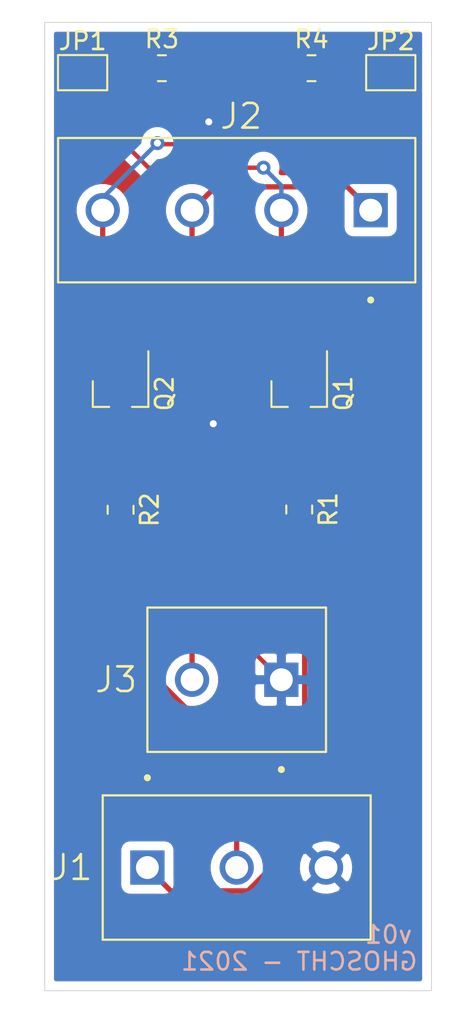
<source format=kicad_pcb>
(kicad_pcb (version 20171130) (host pcbnew "(5.1.10)-1")

  (general
    (thickness 1.6)
    (drawings 6)
    (tracks 49)
    (zones 0)
    (modules 11)
    (nets 11)
  )

  (page A4)
  (title_block
    (title "LED Module")
    (date 2021-08-19)
    (rev v01)
    (comment 4 "Author: GHOSCHT")
  )

  (layers
    (0 F.Cu signal)
    (31 B.Cu signal)
    (32 B.Adhes user)
    (33 F.Adhes user)
    (34 B.Paste user)
    (35 F.Paste user)
    (36 B.SilkS user)
    (37 F.SilkS user)
    (38 B.Mask user)
    (39 F.Mask user)
    (40 Dwgs.User user)
    (41 Cmts.User user)
    (42 Eco1.User user)
    (43 Eco2.User user)
    (44 Edge.Cuts user)
    (45 Margin user)
    (46 B.CrtYd user)
    (47 F.CrtYd user)
    (48 B.Fab user)
    (49 F.Fab user)
  )

  (setup
    (last_trace_width 0.25)
    (user_trace_width 0.3)
    (trace_clearance 0.2)
    (zone_clearance 0.508)
    (zone_45_only no)
    (trace_min 0.2)
    (via_size 0.8)
    (via_drill 0.4)
    (via_min_size 0.4)
    (via_min_drill 0.3)
    (uvia_size 0.3)
    (uvia_drill 0.1)
    (uvias_allowed no)
    (uvia_min_size 0.2)
    (uvia_min_drill 0.1)
    (edge_width 0.05)
    (segment_width 0.2)
    (pcb_text_width 0.3)
    (pcb_text_size 1.5 1.5)
    (mod_edge_width 0.12)
    (mod_text_size 1 1)
    (mod_text_width 0.15)
    (pad_size 1.524 1.524)
    (pad_drill 0.762)
    (pad_to_mask_clearance 0)
    (aux_axis_origin 0 0)
    (visible_elements 7FFFFFFF)
    (pcbplotparams
      (layerselection 0x010fc_ffffffff)
      (usegerberextensions false)
      (usegerberattributes true)
      (usegerberadvancedattributes true)
      (creategerberjobfile true)
      (excludeedgelayer true)
      (linewidth 0.100000)
      (plotframeref false)
      (viasonmask false)
      (mode 1)
      (useauxorigin false)
      (hpglpennumber 1)
      (hpglpenspeed 20)
      (hpglpendiameter 15.000000)
      (psnegative false)
      (psa4output false)
      (plotreference true)
      (plotvalue true)
      (plotinvisibletext false)
      (padsonsilk false)
      (subtractmaskfromsilk false)
      (outputformat 1)
      (mirror false)
      (drillshape 1)
      (scaleselection 1)
      (outputdirectory ""))
  )

  (net 0 "")
  (net 1 "Net-(Q1-Pad1)")
  (net 2 "Net-(Q2-Pad1)")
  (net 3 SIG1)
  (net 4 SIG2)
  (net 5 GND)
  (net 6 VCC)
  (net 7 LED1N)
  (net 8 LED2N)
  (net 9 "Net-(JP1-Pad2)")
  (net 10 "Net-(JP2-Pad2)")

  (net_class Default "This is the default net class."
    (clearance 0.2)
    (trace_width 0.25)
    (via_dia 0.8)
    (via_drill 0.4)
    (uvia_dia 0.3)
    (uvia_drill 0.1)
    (add_net GND)
    (add_net LED1N)
    (add_net LED2N)
    (add_net "Net-(JP1-Pad2)")
    (add_net "Net-(JP2-Pad2)")
    (add_net "Net-(Q1-Pad1)")
    (add_net "Net-(Q2-Pad1)")
    (add_net SIG1)
    (add_net SIG2)
    (add_net VCC)
  )

  (module CUI_TB006-508-03BE:CUI_TB006-508-03BE (layer F.Cu) (tedit 6113F46A) (tstamp 611C5DC1)
    (at 142.494 94.742)
    (path /611C0292)
    (fp_text reference J1 (at -4.318 0) (layer F.SilkS)
      (effects (font (size 1.4 1.4) (thickness 0.15)))
    )
    (fp_text value Screw_Terminal_01x03 (at 4.826 5.842) (layer F.Fab)
      (effects (font (size 1.4 1.4) (thickness 0.15)))
    )
    (fp_circle (center 0 -5.1) (end 0.1 -5.1) (layer F.Fab) (width 0.2))
    (fp_circle (center 0 -5.1) (end 0.1 -5.1) (layer F.SilkS) (width 0.2))
    (fp_line (start 12.95 -4.35) (end 12.95 4.35) (layer F.CrtYd) (width 0.05))
    (fp_line (start -2.79 4.35) (end -2.79 -4.35) (layer F.CrtYd) (width 0.05))
    (fp_line (start 12.95 4.35) (end -2.79 4.35) (layer F.CrtYd) (width 0.05))
    (fp_line (start -2.79 -4.35) (end 12.95 -4.35) (layer F.CrtYd) (width 0.05))
    (fp_line (start 12.7 4.1) (end -2.54 4.1) (layer F.SilkS) (width 0.127))
    (fp_line (start -2.54 -4.1) (end 12.7 -4.1) (layer F.SilkS) (width 0.127))
    (fp_line (start 12.7 -4.1) (end 12.7 4.1) (layer F.SilkS) (width 0.127))
    (fp_line (start -2.54 4.1) (end -2.54 -4.1) (layer F.SilkS) (width 0.127))
    (fp_line (start 12.7 4.1) (end -2.54 4.1) (layer F.Fab) (width 0.127))
    (fp_line (start 12.7 -4.1) (end 12.7 4.1) (layer F.Fab) (width 0.127))
    (fp_line (start -2.54 -4.1) (end 12.7 -4.1) (layer F.Fab) (width 0.127))
    (fp_line (start -2.54 4.1) (end -2.54 -4.1) (layer F.Fab) (width 0.127))
    (pad 1 thru_hole rect (at 0 0) (size 1.95 1.95) (drill 1.3) (layers *.Cu *.Mask)
      (net 3 SIG1))
    (pad 2 thru_hole circle (at 5.08 0) (size 1.95 1.95) (drill 1.3) (layers *.Cu *.Mask)
      (net 4 SIG2))
    (pad 3 thru_hole circle (at 10.16 0) (size 1.95 1.95) (drill 1.3) (layers *.Cu *.Mask)
      (net 5 GND))
    (model ${KIPRJMOD}/Libraries/CUI_TB006-508-03BE.models/TB006-508-03BE.step
      (at (xyz 0 0 0))
      (scale (xyz 1 1 1))
      (rotate (xyz -90 0 0))
    )
  )

  (module CUI_TB006-508-04BE:CUI_TB006-508-04BE (layer F.Cu) (tedit 611C0388) (tstamp 611C611E)
    (at 155.194 57.404 180)
    (path /611C148E)
    (fp_text reference J2 (at 7.366 5.334) (layer F.SilkS)
      (effects (font (size 1.4 1.4) (thickness 0.15)))
    )
    (fp_text value Screw_Terminal_01x04 (at 7.62 -5.08) (layer F.Fab)
      (effects (font (size 1.4 1.4) (thickness 0.15)))
    )
    (fp_line (start -2.54 4.1) (end -2.54 -4.1) (layer F.Fab) (width 0.127))
    (fp_line (start -2.54 -4.1) (end 17.78 -4.1) (layer F.Fab) (width 0.127))
    (fp_line (start 17.78 -4.1) (end 17.78 4.1) (layer F.Fab) (width 0.127))
    (fp_line (start 17.78 4.1) (end -2.54 4.1) (layer F.Fab) (width 0.127))
    (fp_line (start -2.54 4.1) (end -2.54 -4.1) (layer F.SilkS) (width 0.127))
    (fp_line (start 17.78 -4.1) (end 17.78 4.1) (layer F.SilkS) (width 0.127))
    (fp_line (start -2.54 -4.1) (end 17.78 -4.1) (layer F.SilkS) (width 0.127))
    (fp_line (start 17.78 4.1) (end -2.54 4.1) (layer F.SilkS) (width 0.127))
    (fp_line (start -2.79 -4.35) (end 18.03 -4.35) (layer F.CrtYd) (width 0.05))
    (fp_line (start 18.03 4.35) (end -2.79 4.35) (layer F.CrtYd) (width 0.05))
    (fp_line (start -2.79 4.35) (end -2.79 -4.35) (layer F.CrtYd) (width 0.05))
    (fp_line (start 18.03 -4.35) (end 18.03 4.35) (layer F.CrtYd) (width 0.05))
    (fp_circle (center 0 -5.1) (end 0.1 -5.1) (layer F.SilkS) (width 0.2))
    (fp_circle (center 0 -5.1) (end 0.1 -5.1) (layer F.Fab) (width 0.2))
    (pad 1 thru_hole rect (at 0 0 180) (size 1.95 1.95) (drill 1.3) (layers *.Cu *.Mask)
      (net 6 VCC))
    (pad 2 thru_hole circle (at 5.08 0 180) (size 1.95 1.95) (drill 1.3) (layers *.Cu *.Mask)
      (net 7 LED1N))
    (pad 3 thru_hole circle (at 10.16 0 180) (size 1.95 1.95) (drill 1.3) (layers *.Cu *.Mask)
      (net 6 VCC))
    (pad 4 thru_hole circle (at 15.24 0 180) (size 1.95 1.95) (drill 1.3) (layers *.Cu *.Mask)
      (net 8 LED2N))
    (model ${KIPRJMOD}/Libraries/CUI_TB006-508-04BE.models/CUI_DEVICES_TB006-508-04BE.step
      (offset (xyz 20.4 4 0))
      (scale (xyz 1 1 1))
      (rotate (xyz -90 0 90))
    )
  )

  (module Package_TO_SOT_SMD:SOT-23_Handsoldering (layer F.Cu) (tedit 5A0AB76C) (tstamp 611C6428)
    (at 151.13 67.818 270)
    (descr "SOT-23, Handsoldering")
    (tags SOT-23)
    (path /611C28DF)
    (attr smd)
    (fp_text reference Q1 (at 0 -2.5 90) (layer F.SilkS)
      (effects (font (size 1 1) (thickness 0.15)))
    )
    (fp_text value Q_NPN_BCE (at 0 2.5 90) (layer F.Fab)
      (effects (font (size 1 1) (thickness 0.15)))
    )
    (fp_line (start 0.76 1.58) (end 0.76 0.65) (layer F.SilkS) (width 0.12))
    (fp_line (start 0.76 -1.58) (end 0.76 -0.65) (layer F.SilkS) (width 0.12))
    (fp_line (start -2.7 -1.75) (end 2.7 -1.75) (layer F.CrtYd) (width 0.05))
    (fp_line (start 2.7 -1.75) (end 2.7 1.75) (layer F.CrtYd) (width 0.05))
    (fp_line (start 2.7 1.75) (end -2.7 1.75) (layer F.CrtYd) (width 0.05))
    (fp_line (start -2.7 1.75) (end -2.7 -1.75) (layer F.CrtYd) (width 0.05))
    (fp_line (start 0.76 -1.58) (end -2.4 -1.58) (layer F.SilkS) (width 0.12))
    (fp_line (start -0.7 -0.95) (end -0.7 1.5) (layer F.Fab) (width 0.1))
    (fp_line (start -0.15 -1.52) (end 0.7 -1.52) (layer F.Fab) (width 0.1))
    (fp_line (start -0.7 -0.95) (end -0.15 -1.52) (layer F.Fab) (width 0.1))
    (fp_line (start 0.7 -1.52) (end 0.7 1.52) (layer F.Fab) (width 0.1))
    (fp_line (start -0.7 1.52) (end 0.7 1.52) (layer F.Fab) (width 0.1))
    (fp_line (start 0.76 1.58) (end -0.7 1.58) (layer F.SilkS) (width 0.12))
    (fp_text user %R (at 0 0) (layer F.Fab)
      (effects (font (size 0.5 0.5) (thickness 0.075)))
    )
    (pad 1 smd rect (at -1.5 -0.95 270) (size 1.9 0.8) (layers F.Cu F.Paste F.Mask)
      (net 1 "Net-(Q1-Pad1)"))
    (pad 2 smd rect (at -1.5 0.95 270) (size 1.9 0.8) (layers F.Cu F.Paste F.Mask)
      (net 7 LED1N))
    (pad 3 smd rect (at 1.5 0 270) (size 1.9 0.8) (layers F.Cu F.Paste F.Mask)
      (net 5 GND))
    (model ${KISYS3DMOD}/Package_TO_SOT_SMD.3dshapes/SOT-23.wrl
      (at (xyz 0 0 0))
      (scale (xyz 1 1 1))
      (rotate (xyz 0 0 0))
    )
  )

  (module Package_TO_SOT_SMD:SOT-23_Handsoldering (layer F.Cu) (tedit 5A0AB76C) (tstamp 611C643D)
    (at 140.97 67.818 270)
    (descr "SOT-23, Handsoldering")
    (tags SOT-23)
    (path /611C3B1E)
    (attr smd)
    (fp_text reference Q2 (at 0 -2.5 90) (layer F.SilkS)
      (effects (font (size 1 1) (thickness 0.15)))
    )
    (fp_text value Q_NPN_BCE (at 0 2.5 90) (layer F.Fab)
      (effects (font (size 1 1) (thickness 0.15)))
    )
    (fp_line (start 0.76 1.58) (end -0.7 1.58) (layer F.SilkS) (width 0.12))
    (fp_line (start -0.7 1.52) (end 0.7 1.52) (layer F.Fab) (width 0.1))
    (fp_line (start 0.7 -1.52) (end 0.7 1.52) (layer F.Fab) (width 0.1))
    (fp_line (start -0.7 -0.95) (end -0.15 -1.52) (layer F.Fab) (width 0.1))
    (fp_line (start -0.15 -1.52) (end 0.7 -1.52) (layer F.Fab) (width 0.1))
    (fp_line (start -0.7 -0.95) (end -0.7 1.5) (layer F.Fab) (width 0.1))
    (fp_line (start 0.76 -1.58) (end -2.4 -1.58) (layer F.SilkS) (width 0.12))
    (fp_line (start -2.7 1.75) (end -2.7 -1.75) (layer F.CrtYd) (width 0.05))
    (fp_line (start 2.7 1.75) (end -2.7 1.75) (layer F.CrtYd) (width 0.05))
    (fp_line (start 2.7 -1.75) (end 2.7 1.75) (layer F.CrtYd) (width 0.05))
    (fp_line (start -2.7 -1.75) (end 2.7 -1.75) (layer F.CrtYd) (width 0.05))
    (fp_line (start 0.76 -1.58) (end 0.76 -0.65) (layer F.SilkS) (width 0.12))
    (fp_line (start 0.76 1.58) (end 0.76 0.65) (layer F.SilkS) (width 0.12))
    (fp_text user %R (at 0 0) (layer F.Fab)
      (effects (font (size 0.5 0.5) (thickness 0.075)))
    )
    (pad 3 smd rect (at 1.5 0 270) (size 1.9 0.8) (layers F.Cu F.Paste F.Mask)
      (net 5 GND))
    (pad 2 smd rect (at -1.5 0.95 270) (size 1.9 0.8) (layers F.Cu F.Paste F.Mask)
      (net 8 LED2N))
    (pad 1 smd rect (at -1.5 -0.95 270) (size 1.9 0.8) (layers F.Cu F.Paste F.Mask)
      (net 2 "Net-(Q2-Pad1)"))
    (model ${KISYS3DMOD}/Package_TO_SOT_SMD.3dshapes/SOT-23.wrl
      (at (xyz 0 0 0))
      (scale (xyz 1 1 1))
      (rotate (xyz 0 0 0))
    )
  )

  (module CUI_TB006-508-02BE:CUI_TB006-508-02BE (layer F.Cu) (tedit 611C079C) (tstamp 611C65CD)
    (at 150.114 84.074 180)
    (path /611DE627)
    (fp_text reference J3 (at 9.398 0) (layer F.SilkS)
      (effects (font (size 1.4 1.4) (thickness 0.15)))
    )
    (fp_text value Screw_Terminal_01x02 (at 2.54 5.334) (layer F.Fab)
      (effects (font (size 1.4 1.4) (thickness 0.15)))
    )
    (fp_circle (center 0 -5.1) (end 0.1 -5.1) (layer F.Fab) (width 0.2))
    (fp_circle (center 0 -5.1) (end 0.1 -5.1) (layer F.SilkS) (width 0.2))
    (fp_line (start 7.87 -4.35) (end 7.87 4.35) (layer F.CrtYd) (width 0.05))
    (fp_line (start -2.79 4.35) (end -2.79 -4.35) (layer F.CrtYd) (width 0.05))
    (fp_line (start 7.87 4.35) (end -2.79 4.35) (layer F.CrtYd) (width 0.05))
    (fp_line (start -2.79 -4.35) (end 7.87 -4.35) (layer F.CrtYd) (width 0.05))
    (fp_line (start 7.62 4.1) (end -2.54 4.1) (layer F.SilkS) (width 0.127))
    (fp_line (start -2.54 -4.1) (end 7.62 -4.1) (layer F.SilkS) (width 0.127))
    (fp_line (start 7.62 -4.1) (end 7.62 4.1) (layer F.SilkS) (width 0.127))
    (fp_line (start -2.54 4.1) (end -2.54 -4.1) (layer F.SilkS) (width 0.127))
    (fp_line (start 7.62 4.1) (end -2.54 4.1) (layer F.Fab) (width 0.127))
    (fp_line (start 7.62 -4.1) (end 7.62 4.1) (layer F.Fab) (width 0.127))
    (fp_line (start -2.54 -4.1) (end 7.62 -4.1) (layer F.Fab) (width 0.127))
    (fp_line (start -2.54 4.1) (end -2.54 -4.1) (layer F.Fab) (width 0.127))
    (pad 1 thru_hole rect (at 0 0 180) (size 1.95 1.95) (drill 1.3) (layers *.Cu *.Mask)
      (net 5 GND))
    (pad 2 thru_hole circle (at 5.08 0 180) (size 1.95 1.95) (drill 1.3) (layers *.Cu *.Mask)
      (net 6 VCC))
    (model ${KIPRJMOD}/Libraries/CUI_TB006-508-02BE.models/CUI_DEVICES_TB006-508-02BE.step
      (offset (xyz 10.15 4.1 0))
      (scale (xyz 1 1 1))
      (rotate (xyz -90 0 90))
    )
  )

  (module Resistor_SMD:R_0805_2012Metric_Pad1.20x1.40mm_HandSolder (layer F.Cu) (tedit 5F68FEEE) (tstamp 611F11E0)
    (at 151.13 74.406 270)
    (descr "Resistor SMD 0805 (2012 Metric), square (rectangular) end terminal, IPC_7351 nominal with elongated pad for handsoldering. (Body size source: IPC-SM-782 page 72, https://www.pcb-3d.com/wordpress/wp-content/uploads/ipc-sm-782a_amendment_1_and_2.pdf), generated with kicad-footprint-generator")
    (tags "resistor handsolder")
    (path /611DFF5B)
    (attr smd)
    (fp_text reference R1 (at 0 -1.65 90) (layer F.SilkS)
      (effects (font (size 1 1) (thickness 0.15)))
    )
    (fp_text value 470 (at 0 1.65 90) (layer F.Fab)
      (effects (font (size 1 1) (thickness 0.15)))
    )
    (fp_line (start 1.85 0.95) (end -1.85 0.95) (layer F.CrtYd) (width 0.05))
    (fp_line (start 1.85 -0.95) (end 1.85 0.95) (layer F.CrtYd) (width 0.05))
    (fp_line (start -1.85 -0.95) (end 1.85 -0.95) (layer F.CrtYd) (width 0.05))
    (fp_line (start -1.85 0.95) (end -1.85 -0.95) (layer F.CrtYd) (width 0.05))
    (fp_line (start -0.227064 0.735) (end 0.227064 0.735) (layer F.SilkS) (width 0.12))
    (fp_line (start -0.227064 -0.735) (end 0.227064 -0.735) (layer F.SilkS) (width 0.12))
    (fp_line (start 1 0.625) (end -1 0.625) (layer F.Fab) (width 0.1))
    (fp_line (start 1 -0.625) (end 1 0.625) (layer F.Fab) (width 0.1))
    (fp_line (start -1 -0.625) (end 1 -0.625) (layer F.Fab) (width 0.1))
    (fp_line (start -1 0.625) (end -1 -0.625) (layer F.Fab) (width 0.1))
    (fp_text user %R (at 0 0 90) (layer F.Fab)
      (effects (font (size 0.5 0.5) (thickness 0.08)))
    )
    (pad 1 smd roundrect (at -1 0 270) (size 1.2 1.4) (layers F.Cu F.Paste F.Mask) (roundrect_rratio 0.208333)
      (net 1 "Net-(Q1-Pad1)"))
    (pad 2 smd roundrect (at 1 0 270) (size 1.2 1.4) (layers F.Cu F.Paste F.Mask) (roundrect_rratio 0.208333)
      (net 3 SIG1))
    (model ${KISYS3DMOD}/Resistor_SMD.3dshapes/R_0805_2012Metric.wrl
      (at (xyz 0 0 0))
      (scale (xyz 1 1 1))
      (rotate (xyz 0 0 0))
    )
  )

  (module Resistor_SMD:R_0805_2012Metric_Pad1.20x1.40mm_HandSolder (layer F.Cu) (tedit 5F68FEEE) (tstamp 611C65EF)
    (at 140.97 74.422 270)
    (descr "Resistor SMD 0805 (2012 Metric), square (rectangular) end terminal, IPC_7351 nominal with elongated pad for handsoldering. (Body size source: IPC-SM-782 page 72, https://www.pcb-3d.com/wordpress/wp-content/uploads/ipc-sm-782a_amendment_1_and_2.pdf), generated with kicad-footprint-generator")
    (tags "resistor handsolder")
    (path /611E2082)
    (attr smd)
    (fp_text reference R2 (at 0 -1.65 90) (layer F.SilkS)
      (effects (font (size 1 1) (thickness 0.15)))
    )
    (fp_text value 470 (at 0 1.65 90) (layer F.Fab)
      (effects (font (size 1 1) (thickness 0.15)))
    )
    (fp_line (start -1 0.625) (end -1 -0.625) (layer F.Fab) (width 0.1))
    (fp_line (start -1 -0.625) (end 1 -0.625) (layer F.Fab) (width 0.1))
    (fp_line (start 1 -0.625) (end 1 0.625) (layer F.Fab) (width 0.1))
    (fp_line (start 1 0.625) (end -1 0.625) (layer F.Fab) (width 0.1))
    (fp_line (start -0.227064 -0.735) (end 0.227064 -0.735) (layer F.SilkS) (width 0.12))
    (fp_line (start -0.227064 0.735) (end 0.227064 0.735) (layer F.SilkS) (width 0.12))
    (fp_line (start -1.85 0.95) (end -1.85 -0.95) (layer F.CrtYd) (width 0.05))
    (fp_line (start -1.85 -0.95) (end 1.85 -0.95) (layer F.CrtYd) (width 0.05))
    (fp_line (start 1.85 -0.95) (end 1.85 0.95) (layer F.CrtYd) (width 0.05))
    (fp_line (start 1.85 0.95) (end -1.85 0.95) (layer F.CrtYd) (width 0.05))
    (fp_text user %R (at 0 0 90) (layer F.Fab)
      (effects (font (size 0.5 0.5) (thickness 0.08)))
    )
    (pad 2 smd roundrect (at 1 0 270) (size 1.2 1.4) (layers F.Cu F.Paste F.Mask) (roundrect_rratio 0.208333)
      (net 4 SIG2))
    (pad 1 smd roundrect (at -1 0 270) (size 1.2 1.4) (layers F.Cu F.Paste F.Mask) (roundrect_rratio 0.208333)
      (net 2 "Net-(Q2-Pad1)"))
    (model ${KISYS3DMOD}/Resistor_SMD.3dshapes/R_0805_2012Metric.wrl
      (at (xyz 0 0 0))
      (scale (xyz 1 1 1))
      (rotate (xyz 0 0 0))
    )
  )

  (module Jumper:SolderJumper-2_P1.3mm_Open_Pad1.0x1.5mm (layer F.Cu) (tedit 5A3EABFC) (tstamp 611F45AD)
    (at 138.811 49.5935)
    (descr "SMD Solder Jumper, 1x1.5mm Pads, 0.3mm gap, open")
    (tags "solder jumper open")
    (path /611EF295)
    (attr virtual)
    (fp_text reference JP1 (at 0 -1.8) (layer F.SilkS)
      (effects (font (size 1 1) (thickness 0.15)))
    )
    (fp_text value Jumper (at 0 1.9) (layer F.Fab)
      (effects (font (size 1 1) (thickness 0.15)))
    )
    (fp_line (start -1.4 1) (end -1.4 -1) (layer F.SilkS) (width 0.12))
    (fp_line (start 1.4 1) (end -1.4 1) (layer F.SilkS) (width 0.12))
    (fp_line (start 1.4 -1) (end 1.4 1) (layer F.SilkS) (width 0.12))
    (fp_line (start -1.4 -1) (end 1.4 -1) (layer F.SilkS) (width 0.12))
    (fp_line (start -1.65 -1.25) (end 1.65 -1.25) (layer F.CrtYd) (width 0.05))
    (fp_line (start -1.65 -1.25) (end -1.65 1.25) (layer F.CrtYd) (width 0.05))
    (fp_line (start 1.65 1.25) (end 1.65 -1.25) (layer F.CrtYd) (width 0.05))
    (fp_line (start 1.65 1.25) (end -1.65 1.25) (layer F.CrtYd) (width 0.05))
    (pad 2 smd rect (at 0.65 0) (size 1 1.5) (layers F.Cu F.Mask)
      (net 9 "Net-(JP1-Pad2)"))
    (pad 1 smd rect (at -0.65 0) (size 1 1.5) (layers F.Cu F.Mask)
      (net 7 LED1N))
  )

  (module Jumper:SolderJumper-2_P1.3mm_Open_Pad1.0x1.5mm (layer F.Cu) (tedit 5A3EABFC) (tstamp 611F45BB)
    (at 156.337 49.5935)
    (descr "SMD Solder Jumper, 1x1.5mm Pads, 0.3mm gap, open")
    (tags "solder jumper open")
    (path /611F131A)
    (attr virtual)
    (fp_text reference JP2 (at 0 -1.8) (layer F.SilkS)
      (effects (font (size 1 1) (thickness 0.15)))
    )
    (fp_text value Jumper (at 0 1.9) (layer F.Fab)
      (effects (font (size 1 1) (thickness 0.15)))
    )
    (fp_line (start 1.65 1.25) (end -1.65 1.25) (layer F.CrtYd) (width 0.05))
    (fp_line (start 1.65 1.25) (end 1.65 -1.25) (layer F.CrtYd) (width 0.05))
    (fp_line (start -1.65 -1.25) (end -1.65 1.25) (layer F.CrtYd) (width 0.05))
    (fp_line (start -1.65 -1.25) (end 1.65 -1.25) (layer F.CrtYd) (width 0.05))
    (fp_line (start -1.4 -1) (end 1.4 -1) (layer F.SilkS) (width 0.12))
    (fp_line (start 1.4 -1) (end 1.4 1) (layer F.SilkS) (width 0.12))
    (fp_line (start 1.4 1) (end -1.4 1) (layer F.SilkS) (width 0.12))
    (fp_line (start -1.4 1) (end -1.4 -1) (layer F.SilkS) (width 0.12))
    (pad 1 smd rect (at -0.65 0) (size 1 1.5) (layers F.Cu F.Mask)
      (net 8 LED2N))
    (pad 2 smd rect (at 0.65 0) (size 1 1.5) (layers F.Cu F.Mask)
      (net 10 "Net-(JP2-Pad2)"))
  )

  (module Resistor_SMD:R_0805_2012Metric_Pad1.20x1.40mm_HandSolder (layer F.Cu) (tedit 5F68FEEE) (tstamp 611F45CC)
    (at 143.3195 49.3395)
    (descr "Resistor SMD 0805 (2012 Metric), square (rectangular) end terminal, IPC_7351 nominal with elongated pad for handsoldering. (Body size source: IPC-SM-782 page 72, https://www.pcb-3d.com/wordpress/wp-content/uploads/ipc-sm-782a_amendment_1_and_2.pdf), generated with kicad-footprint-generator")
    (tags "resistor handsolder")
    (path /611F381A)
    (attr smd)
    (fp_text reference R3 (at 0 -1.65) (layer F.SilkS)
      (effects (font (size 1 1) (thickness 0.15)))
    )
    (fp_text value 10k (at 0 1.65) (layer F.Fab)
      (effects (font (size 1 1) (thickness 0.15)))
    )
    (fp_line (start -1 0.625) (end -1 -0.625) (layer F.Fab) (width 0.1))
    (fp_line (start -1 -0.625) (end 1 -0.625) (layer F.Fab) (width 0.1))
    (fp_line (start 1 -0.625) (end 1 0.625) (layer F.Fab) (width 0.1))
    (fp_line (start 1 0.625) (end -1 0.625) (layer F.Fab) (width 0.1))
    (fp_line (start -0.227064 -0.735) (end 0.227064 -0.735) (layer F.SilkS) (width 0.12))
    (fp_line (start -0.227064 0.735) (end 0.227064 0.735) (layer F.SilkS) (width 0.12))
    (fp_line (start -1.85 0.95) (end -1.85 -0.95) (layer F.CrtYd) (width 0.05))
    (fp_line (start -1.85 -0.95) (end 1.85 -0.95) (layer F.CrtYd) (width 0.05))
    (fp_line (start 1.85 -0.95) (end 1.85 0.95) (layer F.CrtYd) (width 0.05))
    (fp_line (start 1.85 0.95) (end -1.85 0.95) (layer F.CrtYd) (width 0.05))
    (fp_text user %R (at 0 0) (layer F.Fab)
      (effects (font (size 0.5 0.5) (thickness 0.08)))
    )
    (pad 1 smd roundrect (at -1 0) (size 1.2 1.4) (layers F.Cu F.Paste F.Mask) (roundrect_rratio 0.208333)
      (net 9 "Net-(JP1-Pad2)"))
    (pad 2 smd roundrect (at 1 0) (size 1.2 1.4) (layers F.Cu F.Paste F.Mask) (roundrect_rratio 0.208333)
      (net 5 GND))
    (model ${KISYS3DMOD}/Resistor_SMD.3dshapes/R_0805_2012Metric.wrl
      (at (xyz 0 0 0))
      (scale (xyz 1 1 1))
      (rotate (xyz 0 0 0))
    )
  )

  (module Resistor_SMD:R_0805_2012Metric_Pad1.20x1.40mm_HandSolder (layer F.Cu) (tedit 5F68FEEE) (tstamp 611F45DD)
    (at 151.8285 49.3395)
    (descr "Resistor SMD 0805 (2012 Metric), square (rectangular) end terminal, IPC_7351 nominal with elongated pad for handsoldering. (Body size source: IPC-SM-782 page 72, https://www.pcb-3d.com/wordpress/wp-content/uploads/ipc-sm-782a_amendment_1_and_2.pdf), generated with kicad-footprint-generator")
    (tags "resistor handsolder")
    (path /611F53B7)
    (attr smd)
    (fp_text reference R4 (at 0 -1.65) (layer F.SilkS)
      (effects (font (size 1 1) (thickness 0.15)))
    )
    (fp_text value 10k (at 0 1.65) (layer F.Fab)
      (effects (font (size 1 1) (thickness 0.15)))
    )
    (fp_line (start 1.85 0.95) (end -1.85 0.95) (layer F.CrtYd) (width 0.05))
    (fp_line (start 1.85 -0.95) (end 1.85 0.95) (layer F.CrtYd) (width 0.05))
    (fp_line (start -1.85 -0.95) (end 1.85 -0.95) (layer F.CrtYd) (width 0.05))
    (fp_line (start -1.85 0.95) (end -1.85 -0.95) (layer F.CrtYd) (width 0.05))
    (fp_line (start -0.227064 0.735) (end 0.227064 0.735) (layer F.SilkS) (width 0.12))
    (fp_line (start -0.227064 -0.735) (end 0.227064 -0.735) (layer F.SilkS) (width 0.12))
    (fp_line (start 1 0.625) (end -1 0.625) (layer F.Fab) (width 0.1))
    (fp_line (start 1 -0.625) (end 1 0.625) (layer F.Fab) (width 0.1))
    (fp_line (start -1 -0.625) (end 1 -0.625) (layer F.Fab) (width 0.1))
    (fp_line (start -1 0.625) (end -1 -0.625) (layer F.Fab) (width 0.1))
    (fp_text user %R (at 0 0) (layer F.Fab)
      (effects (font (size 0.5 0.5) (thickness 0.08)))
    )
    (pad 2 smd roundrect (at 1 0) (size 1.2 1.4) (layers F.Cu F.Paste F.Mask) (roundrect_rratio 0.208333)
      (net 10 "Net-(JP2-Pad2)"))
    (pad 1 smd roundrect (at -1 0) (size 1.2 1.4) (layers F.Cu F.Paste F.Mask) (roundrect_rratio 0.208333)
      (net 5 GND))
    (model ${KISYS3DMOD}/Resistor_SMD.3dshapes/R_0805_2012Metric.wrl
      (at (xyz 0 0 0))
      (scale (xyz 1 1 1))
      (rotate (xyz 0 0 0))
    )
  )

  (gr_text "GHOSCHT - 2021" (at 151.13 100.076) (layer B.SilkS) (tstamp 611F14EE)
    (effects (font (size 1 1) (thickness 0.15)) (justify mirror))
  )
  (gr_text v01 (at 156.21 98.552) (layer B.SilkS)
    (effects (font (size 1 1) (thickness 0.15)) (justify mirror))
  )
  (gr_line (start 136.652 101.736) (end 158.652 101.736) (layer Edge.Cuts) (width 0.05) (tstamp 611F0E3F))
  (gr_line (start 158.652 46.736) (end 158.652 101.736) (layer Edge.Cuts) (width 0.05) (tstamp 611F0E39))
  (gr_line (start 136.652 46.736) (end 136.652 101.736) (layer Edge.Cuts) (width 0.05))
  (gr_line (start 136.652 46.736) (end 158.652 46.736) (layer Edge.Cuts) (width 0.05))

  (segment (start 152.08 72.456) (end 151.13 73.406) (width 0.3) (layer F.Cu) (net 1))
  (segment (start 152.08 66.318) (end 152.08 72.456) (width 0.3) (layer F.Cu) (net 1))
  (segment (start 141.92 72.472) (end 140.97 73.422) (width 0.3) (layer F.Cu) (net 2))
  (segment (start 141.92 66.318) (end 141.92 72.472) (width 0.3) (layer F.Cu) (net 2))
  (segment (start 151.439001 75.715001) (end 151.13 75.406) (width 0.3) (layer F.Cu) (net 3))
  (segment (start 151.439001 92.838001) (end 151.439001 75.715001) (width 0.3) (layer F.Cu) (net 3))
  (segment (start 143.819001 96.067001) (end 148.210001 96.067001) (width 0.3) (layer F.Cu) (net 3))
  (segment (start 148.210001 96.067001) (end 151.439001 92.838001) (width 0.3) (layer F.Cu) (net 3))
  (segment (start 142.494 94.742) (end 143.819001 96.067001) (width 0.3) (layer F.Cu) (net 3))
  (segment (start 147.574 88.575002) (end 147.574 94.742) (width 0.3) (layer F.Cu) (net 4))
  (segment (start 140.97 81.971002) (end 147.574 88.575002) (width 0.3) (layer F.Cu) (net 4))
  (segment (start 140.97 75.422) (end 140.97 81.971002) (width 0.3) (layer F.Cu) (net 4))
  (segment (start 144.3195 49.3395) (end 150.8285 49.3395) (width 0.25) (layer F.Cu) (net 5))
  (via (at 145.9865 52.3875) (size 0.8) (drill 0.4) (layers F.Cu B.Cu) (net 5))
  (segment (start 149.0345 49.3395) (end 145.9865 52.3875) (width 0.25) (layer F.Cu) (net 5))
  (segment (start 150.8285 49.3395) (end 149.0345 49.3395) (width 0.25) (layer F.Cu) (net 5))
  (via (at 146.2405 69.5325) (size 0.8) (drill 0.4) (layers F.Cu B.Cu) (net 5))
  (segment (start 146.386499 69.386501) (end 146.2405 69.5325) (width 0.25) (layer B.Cu) (net 5))
  (segment (start 146.386499 52.787499) (end 146.386499 69.386501) (width 0.25) (layer B.Cu) (net 5))
  (segment (start 145.9865 52.3875) (end 146.386499 52.787499) (width 0.25) (layer B.Cu) (net 5))
  (segment (start 146.2405 80.2005) (end 150.114 84.074) (width 0.25) (layer F.Cu) (net 5))
  (segment (start 146.2405 69.5325) (end 146.2405 80.2005) (width 0.25) (layer F.Cu) (net 5))
  (segment (start 145.034 84.074) (end 145.034 57.404) (width 0.3) (layer F.Cu) (net 6))
  (segment (start 146.359001 56.078999) (end 145.034 57.404) (width 0.3) (layer F.Cu) (net 6))
  (segment (start 153.868999 56.078999) (end 146.359001 56.078999) (width 0.3) (layer F.Cu) (net 6))
  (segment (start 155.194 57.404) (end 153.868999 56.078999) (width 0.3) (layer F.Cu) (net 6))
  (segment (start 150.114 66.252) (end 150.18 66.318) (width 0.3) (layer F.Cu) (net 7))
  (segment (start 150.114 57.404) (end 150.114 66.252) (width 0.3) (layer F.Cu) (net 7))
  (via (at 149.098 54.991) (size 0.8) (drill 0.4) (layers F.Cu B.Cu) (net 7))
  (segment (start 150.114 56.007) (end 150.114 57.404) (width 0.25) (layer B.Cu) (net 7))
  (segment (start 149.098 54.991) (end 150.114 56.007) (width 0.25) (layer B.Cu) (net 7))
  (segment (start 148.532315 54.991) (end 149.098 54.991) (width 0.25) (layer F.Cu) (net 7))
  (segment (start 138.161 49.5935) (end 138.161 50.5935) (width 0.25) (layer F.Cu) (net 7))
  (segment (start 138.161 50.5935) (end 142.5585 54.991) (width 0.25) (layer F.Cu) (net 7))
  (segment (start 142.5585 54.991) (end 148.532315 54.991) (width 0.25) (layer F.Cu) (net 7))
  (segment (start 139.954 66.252) (end 140.02 66.318) (width 0.3) (layer F.Cu) (net 8))
  (segment (start 139.954 57.404) (end 139.954 66.252) (width 0.3) (layer F.Cu) (net 8))
  (segment (start 155.687 49.5935) (end 151.623 53.6575) (width 0.25) (layer F.Cu) (net 8))
  (via (at 143.0655 53.594) (size 0.8) (drill 0.4) (layers F.Cu B.Cu) (net 8))
  (segment (start 143.129 53.6575) (end 143.0655 53.594) (width 0.25) (layer F.Cu) (net 8))
  (segment (start 151.623 53.6575) (end 143.129 53.6575) (width 0.25) (layer F.Cu) (net 8))
  (segment (start 139.954 56.7055) (end 139.954 57.404) (width 0.25) (layer B.Cu) (net 8))
  (segment (start 143.0655 53.594) (end 139.954 56.7055) (width 0.25) (layer B.Cu) (net 8))
  (segment (start 142.0655 49.5935) (end 142.3195 49.3395) (width 0.25) (layer F.Cu) (net 9))
  (segment (start 139.461 49.5935) (end 142.0655 49.5935) (width 0.25) (layer F.Cu) (net 9))
  (segment (start 156.987 48.5935) (end 156.987 49.5935) (width 0.25) (layer F.Cu) (net 10))
  (segment (start 156.911999 48.518499) (end 156.987 48.5935) (width 0.25) (layer F.Cu) (net 10))
  (segment (start 153.649501 48.518499) (end 156.911999 48.518499) (width 0.25) (layer F.Cu) (net 10))
  (segment (start 152.8285 49.3395) (end 153.649501 48.518499) (width 0.25) (layer F.Cu) (net 10))

  (zone (net 5) (net_name GND) (layer F.Cu) (tstamp 0) (hatch edge 0.508)
    (connect_pads (clearance 0.508))
    (min_thickness 0.254)
    (fill yes (arc_segments 32) (thermal_gap 0.508) (thermal_bridge_width 0.508))
    (polygon
      (pts
        (xy 160.274 103.632) (xy 134.112 103.632) (xy 134.112 45.72) (xy 160.274 45.72)
      )
    )
    (filled_polygon
      (pts
        (xy 157.992001 101.076) (xy 137.312 101.076) (xy 137.312 70.268) (xy 139.931928 70.268) (xy 139.944188 70.392482)
        (xy 139.980498 70.51218) (xy 140.039463 70.622494) (xy 140.118815 70.719185) (xy 140.215506 70.798537) (xy 140.32582 70.857502)
        (xy 140.445518 70.893812) (xy 140.57 70.906072) (xy 140.68425 70.903) (xy 140.843 70.74425) (xy 140.843 69.445)
        (xy 140.09375 69.445) (xy 139.935 69.60375) (xy 139.931928 70.268) (xy 137.312 70.268) (xy 137.312 50.876974)
        (xy 137.41682 50.933002) (xy 137.493078 50.956135) (xy 137.526026 51.017776) (xy 137.597201 51.104502) (xy 137.621 51.133501)
        (xy 137.649998 51.157299) (xy 141.994701 55.502003) (xy 142.018499 55.531001) (xy 142.047497 55.554799) (xy 142.134223 55.625974)
        (xy 142.266253 55.696546) (xy 142.409514 55.740003) (xy 142.521167 55.751) (xy 142.521176 55.751) (xy 142.558499 55.754676)
        (xy 142.595822 55.751) (xy 145.576842 55.751) (xy 145.477222 55.85062) (xy 145.192571 55.794) (xy 144.875429 55.794)
        (xy 144.56438 55.855871) (xy 144.271379 55.977237) (xy 144.007685 56.153431) (xy 143.783431 56.377685) (xy 143.607237 56.641379)
        (xy 143.485871 56.93438) (xy 143.424 57.245429) (xy 143.424 57.562571) (xy 143.485871 57.87362) (xy 143.607237 58.166621)
        (xy 143.783431 58.430315) (xy 144.007685 58.654569) (xy 144.249001 58.815811) (xy 144.249 82.66219) (xy 144.007685 82.823431)
        (xy 143.783431 83.047685) (xy 143.607237 83.311379) (xy 143.552553 83.443397) (xy 141.755 81.645845) (xy 141.755 76.593944)
        (xy 141.759851 76.592472) (xy 141.913387 76.510405) (xy 142.047962 76.399962) (xy 142.158405 76.265387) (xy 142.240472 76.111851)
        (xy 142.291008 75.945255) (xy 142.308072 75.772001) (xy 142.308072 75.071999) (xy 142.291008 74.898745) (xy 142.240472 74.732149)
        (xy 142.158405 74.578613) (xy 142.047962 74.444038) (xy 142.021109 74.422) (xy 142.047962 74.399962) (xy 142.158405 74.265387)
        (xy 142.240472 74.111851) (xy 142.291008 73.945255) (xy 142.308072 73.772001) (xy 142.308072 73.194085) (xy 142.44781 73.054347)
        (xy 142.477764 73.029764) (xy 142.575862 72.910233) (xy 142.648754 72.77386) (xy 142.661407 72.732149) (xy 142.693642 72.625887)
        (xy 142.70102 72.550974) (xy 142.705 72.510561) (xy 142.705 72.510556) (xy 142.708797 72.472) (xy 142.705 72.433444)
        (xy 142.705 67.773501) (xy 142.771185 67.719185) (xy 142.850537 67.622494) (xy 142.909502 67.51218) (xy 142.945812 67.392482)
        (xy 142.958072 67.268) (xy 142.958072 65.368) (xy 142.945812 65.243518) (xy 142.909502 65.12382) (xy 142.850537 65.013506)
        (xy 142.771185 64.916815) (xy 142.674494 64.837463) (xy 142.56418 64.778498) (xy 142.444482 64.742188) (xy 142.32 64.729928)
        (xy 141.52 64.729928) (xy 141.395518 64.742188) (xy 141.27582 64.778498) (xy 141.165506 64.837463) (xy 141.068815 64.916815)
        (xy 140.989463 65.013506) (xy 140.97 65.049918) (xy 140.950537 65.013506) (xy 140.871185 64.916815) (xy 140.774494 64.837463)
        (xy 140.739 64.818491) (xy 140.739 58.81581) (xy 140.980315 58.654569) (xy 141.204569 58.430315) (xy 141.380763 58.166621)
        (xy 141.502129 57.87362) (xy 141.564 57.562571) (xy 141.564 57.245429) (xy 141.502129 56.93438) (xy 141.380763 56.641379)
        (xy 141.204569 56.377685) (xy 140.980315 56.153431) (xy 140.716621 55.977237) (xy 140.42362 55.855871) (xy 140.112571 55.794)
        (xy 139.795429 55.794) (xy 139.48438 55.855871) (xy 139.191379 55.977237) (xy 138.927685 56.153431) (xy 138.703431 56.377685)
        (xy 138.527237 56.641379) (xy 138.405871 56.93438) (xy 138.344 57.245429) (xy 138.344 57.562571) (xy 138.405871 57.87362)
        (xy 138.527237 58.166621) (xy 138.703431 58.430315) (xy 138.927685 58.654569) (xy 139.169 58.81581) (xy 139.169001 64.916662)
        (xy 139.168815 64.916815) (xy 139.089463 65.013506) (xy 139.030498 65.12382) (xy 138.994188 65.243518) (xy 138.981928 65.368)
        (xy 138.981928 67.268) (xy 138.994188 67.392482) (xy 139.030498 67.51218) (xy 139.089463 67.622494) (xy 139.168815 67.719185)
        (xy 139.265506 67.798537) (xy 139.37582 67.857502) (xy 139.495518 67.893812) (xy 139.62 67.906072) (xy 140.131905 67.906072)
        (xy 140.118815 67.916815) (xy 140.039463 68.013506) (xy 139.980498 68.12382) (xy 139.944188 68.243518) (xy 139.931928 68.368)
        (xy 139.935 69.03225) (xy 140.09375 69.191) (xy 140.843 69.191) (xy 140.843 67.89175) (xy 140.758393 67.807143)
        (xy 140.774494 67.798537) (xy 140.871185 67.719185) (xy 140.950537 67.622494) (xy 140.97 67.586082) (xy 140.989463 67.622494)
        (xy 141.068815 67.719185) (xy 141.135 67.773502) (xy 141.135 67.85375) (xy 141.097 67.89175) (xy 141.097 69.191)
        (xy 141.117 69.191) (xy 141.117 69.445) (xy 141.097 69.445) (xy 141.097 70.74425) (xy 141.135001 70.782251)
        (xy 141.135001 72.146842) (xy 141.097915 72.183928) (xy 140.519999 72.183928) (xy 140.346745 72.200992) (xy 140.180149 72.251528)
        (xy 140.026613 72.333595) (xy 139.892038 72.444038) (xy 139.781595 72.578613) (xy 139.699528 72.732149) (xy 139.648992 72.898745)
        (xy 139.631928 73.071999) (xy 139.631928 73.772001) (xy 139.648992 73.945255) (xy 139.699528 74.111851) (xy 139.781595 74.265387)
        (xy 139.892038 74.399962) (xy 139.918891 74.422) (xy 139.892038 74.444038) (xy 139.781595 74.578613) (xy 139.699528 74.732149)
        (xy 139.648992 74.898745) (xy 139.631928 75.071999) (xy 139.631928 75.772001) (xy 139.648992 75.945255) (xy 139.699528 76.111851)
        (xy 139.781595 76.265387) (xy 139.892038 76.399962) (xy 140.026613 76.510405) (xy 140.180149 76.592472) (xy 140.185 76.593944)
        (xy 140.185001 81.932439) (xy 140.181203 81.971002) (xy 140.196359 82.124888) (xy 140.241246 82.272861) (xy 140.241247 82.272862)
        (xy 140.314139 82.409235) (xy 140.35469 82.458646) (xy 140.387655 82.498814) (xy 140.387659 82.498818) (xy 140.412237 82.528766)
        (xy 140.442185 82.553344) (xy 146.789 88.90016) (xy 146.789001 93.33019) (xy 146.547685 93.491431) (xy 146.323431 93.715685)
        (xy 146.147237 93.979379) (xy 146.025871 94.27238) (xy 145.964 94.583429) (xy 145.964 94.900571) (xy 146.025871 95.21162)
        (xy 146.055024 95.282001) (xy 144.144159 95.282001) (xy 144.107072 95.244914) (xy 144.107072 93.767) (xy 144.094812 93.642518)
        (xy 144.058502 93.52282) (xy 143.999537 93.412506) (xy 143.920185 93.315815) (xy 143.823494 93.236463) (xy 143.71318 93.177498)
        (xy 143.593482 93.141188) (xy 143.469 93.128928) (xy 141.519 93.128928) (xy 141.394518 93.141188) (xy 141.27482 93.177498)
        (xy 141.164506 93.236463) (xy 141.067815 93.315815) (xy 140.988463 93.412506) (xy 140.929498 93.52282) (xy 140.893188 93.642518)
        (xy 140.880928 93.767) (xy 140.880928 95.717) (xy 140.893188 95.841482) (xy 140.929498 95.96118) (xy 140.988463 96.071494)
        (xy 141.067815 96.168185) (xy 141.164506 96.247537) (xy 141.27482 96.306502) (xy 141.394518 96.342812) (xy 141.519 96.355072)
        (xy 142.996914 96.355072) (xy 143.236659 96.594817) (xy 143.261237 96.624765) (xy 143.291185 96.649343) (xy 143.291188 96.649346)
        (xy 143.32056 96.673451) (xy 143.380768 96.722863) (xy 143.517141 96.795755) (xy 143.630673 96.830195) (xy 143.665113 96.840642)
        (xy 143.679491 96.842058) (xy 143.78044 96.852001) (xy 143.780447 96.852001) (xy 143.819 96.855798) (xy 143.857553 96.852001)
        (xy 148.171448 96.852001) (xy 148.210001 96.855798) (xy 148.248554 96.852001) (xy 148.248562 96.852001) (xy 148.363888 96.840642)
        (xy 148.511861 96.795755) (xy 148.648234 96.722863) (xy 148.767765 96.624765) (xy 148.792348 96.594811) (xy 149.527575 95.859584)
        (xy 151.716021 95.859584) (xy 151.808766 96.121429) (xy 152.09412 96.25982) (xy 152.40099 96.339883) (xy 152.717584 96.35854)
        (xy 153.031733 96.315074) (xy 153.331367 96.211156) (xy 153.499234 96.121429) (xy 153.591979 95.859584) (xy 152.654 94.921605)
        (xy 151.716021 95.859584) (xy 149.527575 95.859584) (xy 151.111873 94.275286) (xy 151.056117 94.48899) (xy 151.03746 94.805584)
        (xy 151.080926 95.119733) (xy 151.184844 95.419367) (xy 151.274571 95.587234) (xy 151.536416 95.679979) (xy 152.474395 94.742)
        (xy 152.833605 94.742) (xy 153.771584 95.679979) (xy 154.033429 95.587234) (xy 154.17182 95.30188) (xy 154.251883 94.99501)
        (xy 154.27054 94.678416) (xy 154.227074 94.364267) (xy 154.123156 94.064633) (xy 154.033429 93.896766) (xy 153.771584 93.804021)
        (xy 152.833605 94.742) (xy 152.474395 94.742) (xy 152.460253 94.727858) (xy 152.639858 94.548253) (xy 152.654 94.562395)
        (xy 153.591979 93.624416) (xy 153.499234 93.362571) (xy 153.21388 93.22418) (xy 152.90701 93.144117) (xy 152.590416 93.12546)
        (xy 152.276267 93.168926) (xy 152.123992 93.221738) (xy 152.167755 93.139861) (xy 152.17014 93.132) (xy 152.212643 92.991888)
        (xy 152.220021 92.916975) (xy 152.224001 92.876562) (xy 152.224001 92.876557) (xy 152.227798 92.838001) (xy 152.224001 92.799445)
        (xy 152.224001 76.364418) (xy 152.318405 76.249387) (xy 152.400472 76.095851) (xy 152.451008 75.929255) (xy 152.468072 75.756001)
        (xy 152.468072 75.055999) (xy 152.451008 74.882745) (xy 152.400472 74.716149) (xy 152.318405 74.562613) (xy 152.207962 74.428038)
        (xy 152.181109 74.406) (xy 152.207962 74.383962) (xy 152.318405 74.249387) (xy 152.400472 74.095851) (xy 152.451008 73.929255)
        (xy 152.468072 73.756001) (xy 152.468072 73.178085) (xy 152.60781 73.038347) (xy 152.637764 73.013764) (xy 152.735862 72.894233)
        (xy 152.808754 72.75786) (xy 152.821407 72.716149) (xy 152.853642 72.609887) (xy 152.863424 72.510561) (xy 152.865 72.494561)
        (xy 152.865 72.494556) (xy 152.868797 72.456) (xy 152.865 72.417444) (xy 152.865 67.773501) (xy 152.931185 67.719185)
        (xy 153.010537 67.622494) (xy 153.069502 67.51218) (xy 153.105812 67.392482) (xy 153.118072 67.268) (xy 153.118072 65.368)
        (xy 153.105812 65.243518) (xy 153.069502 65.12382) (xy 153.010537 65.013506) (xy 152.931185 64.916815) (xy 152.834494 64.837463)
        (xy 152.72418 64.778498) (xy 152.604482 64.742188) (xy 152.48 64.729928) (xy 151.68 64.729928) (xy 151.555518 64.742188)
        (xy 151.43582 64.778498) (xy 151.325506 64.837463) (xy 151.228815 64.916815) (xy 151.149463 65.013506) (xy 151.13 65.049918)
        (xy 151.110537 65.013506) (xy 151.031185 64.916815) (xy 150.934494 64.837463) (xy 150.899 64.818491) (xy 150.899 58.81581)
        (xy 151.140315 58.654569) (xy 151.364569 58.430315) (xy 151.540763 58.166621) (xy 151.662129 57.87362) (xy 151.724 57.562571)
        (xy 151.724 57.245429) (xy 151.662129 56.93438) (xy 151.632976 56.863999) (xy 153.543842 56.863999) (xy 153.580928 56.901085)
        (xy 153.580928 58.379) (xy 153.593188 58.503482) (xy 153.629498 58.62318) (xy 153.688463 58.733494) (xy 153.767815 58.830185)
        (xy 153.864506 58.909537) (xy 153.97482 58.968502) (xy 154.094518 59.004812) (xy 154.219 59.017072) (xy 156.169 59.017072)
        (xy 156.293482 59.004812) (xy 156.41318 58.968502) (xy 156.523494 58.909537) (xy 156.620185 58.830185) (xy 156.699537 58.733494)
        (xy 156.758502 58.62318) (xy 156.794812 58.503482) (xy 156.807072 58.379) (xy 156.807072 56.429) (xy 156.794812 56.304518)
        (xy 156.758502 56.18482) (xy 156.699537 56.074506) (xy 156.620185 55.977815) (xy 156.523494 55.898463) (xy 156.41318 55.839498)
        (xy 156.293482 55.803188) (xy 156.169 55.790928) (xy 154.691085 55.790928) (xy 154.451346 55.551189) (xy 154.426763 55.521235)
        (xy 154.307232 55.423137) (xy 154.170859 55.350245) (xy 154.022886 55.305358) (xy 153.90756 55.293999) (xy 153.907552 55.293999)
        (xy 153.868999 55.290202) (xy 153.830446 55.293999) (xy 150.09277 55.293999) (xy 150.093226 55.292898) (xy 150.133 55.092939)
        (xy 150.133 54.889061) (xy 150.093226 54.689102) (xy 150.015205 54.500744) (xy 149.959583 54.4175) (xy 151.585678 54.4175)
        (xy 151.623 54.421176) (xy 151.660322 54.4175) (xy 151.660333 54.4175) (xy 151.771986 54.406503) (xy 151.915247 54.363046)
        (xy 152.047276 54.292474) (xy 152.163001 54.197501) (xy 152.186804 54.168497) (xy 155.37373 50.981572) (xy 156.187 50.981572)
        (xy 156.311482 50.969312) (xy 156.337 50.961571) (xy 156.362518 50.969312) (xy 156.487 50.981572) (xy 157.487 50.981572)
        (xy 157.611482 50.969312) (xy 157.73118 50.933002) (xy 157.841494 50.874037) (xy 157.938185 50.794685) (xy 157.992 50.729111)
      )
    )
    (filled_polygon
      (pts
        (xy 148.565871 56.93438) (xy 148.504 57.245429) (xy 148.504 57.562571) (xy 148.565871 57.87362) (xy 148.687237 58.166621)
        (xy 148.863431 58.430315) (xy 149.087685 58.654569) (xy 149.329 58.81581) (xy 149.329001 64.916662) (xy 149.328815 64.916815)
        (xy 149.249463 65.013506) (xy 149.190498 65.12382) (xy 149.154188 65.243518) (xy 149.141928 65.368) (xy 149.141928 67.268)
        (xy 149.154188 67.392482) (xy 149.190498 67.51218) (xy 149.249463 67.622494) (xy 149.328815 67.719185) (xy 149.425506 67.798537)
        (xy 149.53582 67.857502) (xy 149.655518 67.893812) (xy 149.78 67.906072) (xy 150.291905 67.906072) (xy 150.278815 67.916815)
        (xy 150.199463 68.013506) (xy 150.140498 68.12382) (xy 150.104188 68.243518) (xy 150.091928 68.368) (xy 150.095 69.03225)
        (xy 150.25375 69.191) (xy 151.003 69.191) (xy 151.003 67.89175) (xy 150.918393 67.807143) (xy 150.934494 67.798537)
        (xy 151.031185 67.719185) (xy 151.110537 67.622494) (xy 151.13 67.586082) (xy 151.149463 67.622494) (xy 151.228815 67.719185)
        (xy 151.295 67.773502) (xy 151.295 67.85375) (xy 151.257 67.89175) (xy 151.257 69.191) (xy 151.277 69.191)
        (xy 151.277 69.445) (xy 151.257 69.445) (xy 151.257 70.74425) (xy 151.295001 70.782251) (xy 151.295001 72.130842)
        (xy 151.257915 72.167928) (xy 150.679999 72.167928) (xy 150.506745 72.184992) (xy 150.340149 72.235528) (xy 150.186613 72.317595)
        (xy 150.052038 72.428038) (xy 149.941595 72.562613) (xy 149.859528 72.716149) (xy 149.808992 72.882745) (xy 149.791928 73.055999)
        (xy 149.791928 73.756001) (xy 149.808992 73.929255) (xy 149.859528 74.095851) (xy 149.941595 74.249387) (xy 150.052038 74.383962)
        (xy 150.078891 74.406) (xy 150.052038 74.428038) (xy 149.941595 74.562613) (xy 149.859528 74.716149) (xy 149.808992 74.882745)
        (xy 149.791928 75.055999) (xy 149.791928 75.756001) (xy 149.808992 75.929255) (xy 149.859528 76.095851) (xy 149.941595 76.249387)
        (xy 150.052038 76.383962) (xy 150.186613 76.494405) (xy 150.340149 76.576472) (xy 150.506745 76.627008) (xy 150.654002 76.641512)
        (xy 150.654002 82.462867) (xy 150.39975 82.464) (xy 150.241 82.62275) (xy 150.241 83.947) (xy 150.261 83.947)
        (xy 150.261 84.201) (xy 150.241 84.201) (xy 150.241 85.52525) (xy 150.39975 85.684) (xy 150.654001 85.685133)
        (xy 150.654001 92.512844) (xy 149.055447 94.111398) (xy 149.000763 93.979379) (xy 148.824569 93.715685) (xy 148.600315 93.491431)
        (xy 148.359 93.33019) (xy 148.359 88.613554) (xy 148.362797 88.575001) (xy 148.359 88.536448) (xy 148.359 88.536441)
        (xy 148.347641 88.421115) (xy 148.302754 88.273142) (xy 148.229862 88.136769) (xy 148.131764 88.017238) (xy 148.101817 87.992661)
        (xy 145.664603 85.555447) (xy 145.796621 85.500763) (xy 146.060315 85.324569) (xy 146.284569 85.100315) (xy 146.318856 85.049)
        (xy 148.500928 85.049) (xy 148.513188 85.173482) (xy 148.549498 85.29318) (xy 148.608463 85.403494) (xy 148.687815 85.500185)
        (xy 148.784506 85.579537) (xy 148.89482 85.638502) (xy 149.014518 85.674812) (xy 149.139 85.687072) (xy 149.82825 85.684)
        (xy 149.987 85.52525) (xy 149.987 84.201) (xy 148.66275 84.201) (xy 148.504 84.35975) (xy 148.500928 85.049)
        (xy 146.318856 85.049) (xy 146.460763 84.836621) (xy 146.582129 84.54362) (xy 146.644 84.232571) (xy 146.644 83.915429)
        (xy 146.582129 83.60438) (xy 146.460763 83.311379) (xy 146.318857 83.099) (xy 148.500928 83.099) (xy 148.504 83.78825)
        (xy 148.66275 83.947) (xy 149.987 83.947) (xy 149.987 82.62275) (xy 149.82825 82.464) (xy 149.139 82.460928)
        (xy 149.014518 82.473188) (xy 148.89482 82.509498) (xy 148.784506 82.568463) (xy 148.687815 82.647815) (xy 148.608463 82.744506)
        (xy 148.549498 82.85482) (xy 148.513188 82.974518) (xy 148.500928 83.099) (xy 146.318857 83.099) (xy 146.284569 83.047685)
        (xy 146.060315 82.823431) (xy 145.819 82.66219) (xy 145.819 70.268) (xy 150.091928 70.268) (xy 150.104188 70.392482)
        (xy 150.140498 70.51218) (xy 150.199463 70.622494) (xy 150.278815 70.719185) (xy 150.375506 70.798537) (xy 150.48582 70.857502)
        (xy 150.605518 70.893812) (xy 150.73 70.906072) (xy 150.84425 70.903) (xy 151.003 70.74425) (xy 151.003 69.445)
        (xy 150.25375 69.445) (xy 150.095 69.60375) (xy 150.091928 70.268) (xy 145.819 70.268) (xy 145.819 58.81581)
        (xy 146.060315 58.654569) (xy 146.284569 58.430315) (xy 146.460763 58.166621) (xy 146.582129 57.87362) (xy 146.644 57.562571)
        (xy 146.644 57.245429) (xy 146.58738 56.960778) (xy 146.684159 56.863999) (xy 148.595024 56.863999)
      )
    )
    (filled_polygon
      (pts
        (xy 157.992 48.457889) (xy 157.938185 48.392315) (xy 157.841494 48.312963) (xy 157.73118 48.253998) (xy 157.654923 48.230866)
        (xy 157.621974 48.169224) (xy 157.527001 48.053499) (xy 157.498002 48.0297) (xy 157.475801 48.007499) (xy 157.452 47.978498)
        (xy 157.336275 47.883525) (xy 157.204246 47.812953) (xy 157.060985 47.769496) (xy 156.949332 47.758499) (xy 156.949321 47.758499)
        (xy 156.911999 47.754823) (xy 156.874677 47.758499) (xy 153.686826 47.758499) (xy 153.649501 47.754823) (xy 153.612176 47.758499)
        (xy 153.612168 47.758499) (xy 153.500515 47.769496) (xy 153.357254 47.812953) (xy 153.225225 47.883525) (xy 153.1095 47.978498)
        (xy 153.090682 48.001428) (xy 152.478499 48.001428) (xy 152.305245 48.018492) (xy 152.138649 48.069028) (xy 151.985113 48.151095)
        (xy 151.903863 48.217776) (xy 151.879685 48.188315) (xy 151.782994 48.108963) (xy 151.67268 48.049998) (xy 151.552982 48.013688)
        (xy 151.4285 48.001428) (xy 151.11425 48.0045) (xy 150.9555 48.16325) (xy 150.9555 49.2125) (xy 150.9755 49.2125)
        (xy 150.9755 49.4665) (xy 150.9555 49.4665) (xy 150.9555 50.51575) (xy 151.11425 50.6745) (xy 151.4285 50.677572)
        (xy 151.552982 50.665312) (xy 151.67268 50.629002) (xy 151.782994 50.570037) (xy 151.879685 50.490685) (xy 151.903863 50.461224)
        (xy 151.985113 50.527905) (xy 152.138649 50.609972) (xy 152.305245 50.660508) (xy 152.478499 50.677572) (xy 153.178501 50.677572)
        (xy 153.351755 50.660508) (xy 153.518351 50.609972) (xy 153.671887 50.527905) (xy 153.704825 50.500874) (xy 151.308199 52.8975)
        (xy 143.832711 52.8975) (xy 143.725274 52.790063) (xy 143.555756 52.676795) (xy 143.367398 52.598774) (xy 143.167439 52.559)
        (xy 142.963561 52.559) (xy 142.763602 52.598774) (xy 142.575244 52.676795) (xy 142.405726 52.790063) (xy 142.261563 52.934226)
        (xy 142.148295 53.103744) (xy 142.070274 53.292102) (xy 142.047732 53.40543) (xy 139.623873 50.981572) (xy 139.961 50.981572)
        (xy 140.085482 50.969312) (xy 140.20518 50.933002) (xy 140.315494 50.874037) (xy 140.412185 50.794685) (xy 140.491537 50.697994)
        (xy 140.550502 50.58768) (xy 140.586812 50.467982) (xy 140.598087 50.3535) (xy 141.289046 50.3535) (xy 141.341538 50.417462)
        (xy 141.476113 50.527905) (xy 141.629649 50.609972) (xy 141.796245 50.660508) (xy 141.969499 50.677572) (xy 142.669501 50.677572)
        (xy 142.842755 50.660508) (xy 143.009351 50.609972) (xy 143.162887 50.527905) (xy 143.244137 50.461224) (xy 143.268315 50.490685)
        (xy 143.365006 50.570037) (xy 143.47532 50.629002) (xy 143.595018 50.665312) (xy 143.7195 50.677572) (xy 144.03375 50.6745)
        (xy 144.1925 50.51575) (xy 144.1925 49.4665) (xy 144.4465 49.4665) (xy 144.4465 50.51575) (xy 144.60525 50.6745)
        (xy 144.9195 50.677572) (xy 145.043982 50.665312) (xy 145.16368 50.629002) (xy 145.273994 50.570037) (xy 145.370685 50.490685)
        (xy 145.450037 50.393994) (xy 145.509002 50.28368) (xy 145.545312 50.163982) (xy 145.557572 50.0395) (xy 149.590428 50.0395)
        (xy 149.602688 50.163982) (xy 149.638998 50.28368) (xy 149.697963 50.393994) (xy 149.777315 50.490685) (xy 149.874006 50.570037)
        (xy 149.98432 50.629002) (xy 150.104018 50.665312) (xy 150.2285 50.677572) (xy 150.54275 50.6745) (xy 150.7015 50.51575)
        (xy 150.7015 49.4665) (xy 149.75225 49.4665) (xy 149.5935 49.62525) (xy 149.590428 50.0395) (xy 145.557572 50.0395)
        (xy 145.5545 49.62525) (xy 145.39575 49.4665) (xy 144.4465 49.4665) (xy 144.1925 49.4665) (xy 144.1725 49.4665)
        (xy 144.1725 49.2125) (xy 144.1925 49.2125) (xy 144.1925 48.16325) (xy 144.4465 48.16325) (xy 144.4465 49.2125)
        (xy 145.39575 49.2125) (xy 145.5545 49.05375) (xy 145.557572 48.6395) (xy 149.590428 48.6395) (xy 149.5935 49.05375)
        (xy 149.75225 49.2125) (xy 150.7015 49.2125) (xy 150.7015 48.16325) (xy 150.54275 48.0045) (xy 150.2285 48.001428)
        (xy 150.104018 48.013688) (xy 149.98432 48.049998) (xy 149.874006 48.108963) (xy 149.777315 48.188315) (xy 149.697963 48.285006)
        (xy 149.638998 48.39532) (xy 149.602688 48.515018) (xy 149.590428 48.6395) (xy 145.557572 48.6395) (xy 145.545312 48.515018)
        (xy 145.509002 48.39532) (xy 145.450037 48.285006) (xy 145.370685 48.188315) (xy 145.273994 48.108963) (xy 145.16368 48.049998)
        (xy 145.043982 48.013688) (xy 144.9195 48.001428) (xy 144.60525 48.0045) (xy 144.4465 48.16325) (xy 144.1925 48.16325)
        (xy 144.03375 48.0045) (xy 143.7195 48.001428) (xy 143.595018 48.013688) (xy 143.47532 48.049998) (xy 143.365006 48.108963)
        (xy 143.268315 48.188315) (xy 143.244137 48.217776) (xy 143.162887 48.151095) (xy 143.009351 48.069028) (xy 142.842755 48.018492)
        (xy 142.669501 48.001428) (xy 141.969499 48.001428) (xy 141.796245 48.018492) (xy 141.629649 48.069028) (xy 141.476113 48.151095)
        (xy 141.341538 48.261538) (xy 141.231095 48.396113) (xy 141.149028 48.549649) (xy 141.098492 48.716245) (xy 141.086943 48.8335)
        (xy 140.598087 48.8335) (xy 140.586812 48.719018) (xy 140.550502 48.59932) (xy 140.491537 48.489006) (xy 140.412185 48.392315)
        (xy 140.315494 48.312963) (xy 140.20518 48.253998) (xy 140.085482 48.217688) (xy 139.961 48.205428) (xy 138.961 48.205428)
        (xy 138.836518 48.217688) (xy 138.811 48.225429) (xy 138.785482 48.217688) (xy 138.661 48.205428) (xy 137.661 48.205428)
        (xy 137.536518 48.217688) (xy 137.41682 48.253998) (xy 137.312 48.310026) (xy 137.312 47.396) (xy 157.992 47.396)
      )
    )
  )
  (zone (net 5) (net_name GND) (layer B.Cu) (tstamp 0) (hatch edge 0.508)
    (connect_pads (clearance 0.508))
    (min_thickness 0.254)
    (fill yes (arc_segments 32) (thermal_gap 0.508) (thermal_bridge_width 0.508))
    (polygon
      (pts
        (xy 160.274 103.124) (xy 135.128 103.124) (xy 135.128 45.466) (xy 160.274 45.466)
      )
    )
    (filled_polygon
      (pts
        (xy 157.992001 101.076) (xy 137.312 101.076) (xy 137.312 93.767) (xy 140.880928 93.767) (xy 140.880928 95.717)
        (xy 140.893188 95.841482) (xy 140.929498 95.96118) (xy 140.988463 96.071494) (xy 141.067815 96.168185) (xy 141.164506 96.247537)
        (xy 141.27482 96.306502) (xy 141.394518 96.342812) (xy 141.519 96.355072) (xy 143.469 96.355072) (xy 143.593482 96.342812)
        (xy 143.71318 96.306502) (xy 143.823494 96.247537) (xy 143.920185 96.168185) (xy 143.999537 96.071494) (xy 144.058502 95.96118)
        (xy 144.094812 95.841482) (xy 144.107072 95.717) (xy 144.107072 94.583429) (xy 145.964 94.583429) (xy 145.964 94.900571)
        (xy 146.025871 95.21162) (xy 146.147237 95.504621) (xy 146.323431 95.768315) (xy 146.547685 95.992569) (xy 146.811379 96.168763)
        (xy 147.10438 96.290129) (xy 147.415429 96.352) (xy 147.732571 96.352) (xy 148.04362 96.290129) (xy 148.336621 96.168763)
        (xy 148.600315 95.992569) (xy 148.7333 95.859584) (xy 151.716021 95.859584) (xy 151.808766 96.121429) (xy 152.09412 96.25982)
        (xy 152.40099 96.339883) (xy 152.717584 96.35854) (xy 153.031733 96.315074) (xy 153.331367 96.211156) (xy 153.499234 96.121429)
        (xy 153.591979 95.859584) (xy 152.654 94.921605) (xy 151.716021 95.859584) (xy 148.7333 95.859584) (xy 148.824569 95.768315)
        (xy 149.000763 95.504621) (xy 149.122129 95.21162) (xy 149.184 94.900571) (xy 149.184 94.805584) (xy 151.03746 94.805584)
        (xy 151.080926 95.119733) (xy 151.184844 95.419367) (xy 151.274571 95.587234) (xy 151.536416 95.679979) (xy 152.474395 94.742)
        (xy 152.833605 94.742) (xy 153.771584 95.679979) (xy 154.033429 95.587234) (xy 154.17182 95.30188) (xy 154.251883 94.99501)
        (xy 154.27054 94.678416) (xy 154.227074 94.364267) (xy 154.123156 94.064633) (xy 154.033429 93.896766) (xy 153.771584 93.804021)
        (xy 152.833605 94.742) (xy 152.474395 94.742) (xy 151.536416 93.804021) (xy 151.274571 93.896766) (xy 151.13618 94.18212)
        (xy 151.056117 94.48899) (xy 151.03746 94.805584) (xy 149.184 94.805584) (xy 149.184 94.583429) (xy 149.122129 94.27238)
        (xy 149.000763 93.979379) (xy 148.824569 93.715685) (xy 148.7333 93.624416) (xy 151.716021 93.624416) (xy 152.654 94.562395)
        (xy 153.591979 93.624416) (xy 153.499234 93.362571) (xy 153.21388 93.22418) (xy 152.90701 93.144117) (xy 152.590416 93.12546)
        (xy 152.276267 93.168926) (xy 151.976633 93.272844) (xy 151.808766 93.362571) (xy 151.716021 93.624416) (xy 148.7333 93.624416)
        (xy 148.600315 93.491431) (xy 148.336621 93.315237) (xy 148.04362 93.193871) (xy 147.732571 93.132) (xy 147.415429 93.132)
        (xy 147.10438 93.193871) (xy 146.811379 93.315237) (xy 146.547685 93.491431) (xy 146.323431 93.715685) (xy 146.147237 93.979379)
        (xy 146.025871 94.27238) (xy 145.964 94.583429) (xy 144.107072 94.583429) (xy 144.107072 93.767) (xy 144.094812 93.642518)
        (xy 144.058502 93.52282) (xy 143.999537 93.412506) (xy 143.920185 93.315815) (xy 143.823494 93.236463) (xy 143.71318 93.177498)
        (xy 143.593482 93.141188) (xy 143.469 93.128928) (xy 141.519 93.128928) (xy 141.394518 93.141188) (xy 141.27482 93.177498)
        (xy 141.164506 93.236463) (xy 141.067815 93.315815) (xy 140.988463 93.412506) (xy 140.929498 93.52282) (xy 140.893188 93.642518)
        (xy 140.880928 93.767) (xy 137.312 93.767) (xy 137.312 83.915429) (xy 143.424 83.915429) (xy 143.424 84.232571)
        (xy 143.485871 84.54362) (xy 143.607237 84.836621) (xy 143.783431 85.100315) (xy 144.007685 85.324569) (xy 144.271379 85.500763)
        (xy 144.56438 85.622129) (xy 144.875429 85.684) (xy 145.192571 85.684) (xy 145.50362 85.622129) (xy 145.796621 85.500763)
        (xy 146.060315 85.324569) (xy 146.284569 85.100315) (xy 146.318856 85.049) (xy 148.500928 85.049) (xy 148.513188 85.173482)
        (xy 148.549498 85.29318) (xy 148.608463 85.403494) (xy 148.687815 85.500185) (xy 148.784506 85.579537) (xy 148.89482 85.638502)
        (xy 149.014518 85.674812) (xy 149.139 85.687072) (xy 149.82825 85.684) (xy 149.987 85.52525) (xy 149.987 84.201)
        (xy 150.241 84.201) (xy 150.241 85.52525) (xy 150.39975 85.684) (xy 151.089 85.687072) (xy 151.213482 85.674812)
        (xy 151.33318 85.638502) (xy 151.443494 85.579537) (xy 151.540185 85.500185) (xy 151.619537 85.403494) (xy 151.678502 85.29318)
        (xy 151.714812 85.173482) (xy 151.727072 85.049) (xy 151.724 84.35975) (xy 151.56525 84.201) (xy 150.241 84.201)
        (xy 149.987 84.201) (xy 148.66275 84.201) (xy 148.504 84.35975) (xy 148.500928 85.049) (xy 146.318856 85.049)
        (xy 146.460763 84.836621) (xy 146.582129 84.54362) (xy 146.644 84.232571) (xy 146.644 83.915429) (xy 146.582129 83.60438)
        (xy 146.460763 83.311379) (xy 146.318857 83.099) (xy 148.500928 83.099) (xy 148.504 83.78825) (xy 148.66275 83.947)
        (xy 149.987 83.947) (xy 149.987 82.62275) (xy 150.241 82.62275) (xy 150.241 83.947) (xy 151.56525 83.947)
        (xy 151.724 83.78825) (xy 151.727072 83.099) (xy 151.714812 82.974518) (xy 151.678502 82.85482) (xy 151.619537 82.744506)
        (xy 151.540185 82.647815) (xy 151.443494 82.568463) (xy 151.33318 82.509498) (xy 151.213482 82.473188) (xy 151.089 82.460928)
        (xy 150.39975 82.464) (xy 150.241 82.62275) (xy 149.987 82.62275) (xy 149.82825 82.464) (xy 149.139 82.460928)
        (xy 149.014518 82.473188) (xy 148.89482 82.509498) (xy 148.784506 82.568463) (xy 148.687815 82.647815) (xy 148.608463 82.744506)
        (xy 148.549498 82.85482) (xy 148.513188 82.974518) (xy 148.500928 83.099) (xy 146.318857 83.099) (xy 146.284569 83.047685)
        (xy 146.060315 82.823431) (xy 145.796621 82.647237) (xy 145.50362 82.525871) (xy 145.192571 82.464) (xy 144.875429 82.464)
        (xy 144.56438 82.525871) (xy 144.271379 82.647237) (xy 144.007685 82.823431) (xy 143.783431 83.047685) (xy 143.607237 83.311379)
        (xy 143.485871 83.60438) (xy 143.424 83.915429) (xy 137.312 83.915429) (xy 137.312 57.245429) (xy 138.344 57.245429)
        (xy 138.344 57.562571) (xy 138.405871 57.87362) (xy 138.527237 58.166621) (xy 138.703431 58.430315) (xy 138.927685 58.654569)
        (xy 139.191379 58.830763) (xy 139.48438 58.952129) (xy 139.795429 59.014) (xy 140.112571 59.014) (xy 140.42362 58.952129)
        (xy 140.716621 58.830763) (xy 140.980315 58.654569) (xy 141.204569 58.430315) (xy 141.380763 58.166621) (xy 141.502129 57.87362)
        (xy 141.564 57.562571) (xy 141.564 57.245429) (xy 143.424 57.245429) (xy 143.424 57.562571) (xy 143.485871 57.87362)
        (xy 143.607237 58.166621) (xy 143.783431 58.430315) (xy 144.007685 58.654569) (xy 144.271379 58.830763) (xy 144.56438 58.952129)
        (xy 144.875429 59.014) (xy 145.192571 59.014) (xy 145.50362 58.952129) (xy 145.796621 58.830763) (xy 146.060315 58.654569)
        (xy 146.284569 58.430315) (xy 146.460763 58.166621) (xy 146.582129 57.87362) (xy 146.644 57.562571) (xy 146.644 57.245429)
        (xy 146.582129 56.93438) (xy 146.460763 56.641379) (xy 146.284569 56.377685) (xy 146.060315 56.153431) (xy 145.796621 55.977237)
        (xy 145.50362 55.855871) (xy 145.192571 55.794) (xy 144.875429 55.794) (xy 144.56438 55.855871) (xy 144.271379 55.977237)
        (xy 144.007685 56.153431) (xy 143.783431 56.377685) (xy 143.607237 56.641379) (xy 143.485871 56.93438) (xy 143.424 57.245429)
        (xy 141.564 57.245429) (xy 141.502129 56.93438) (xy 141.380763 56.641379) (xy 141.265471 56.468831) (xy 142.845241 54.889061)
        (xy 148.063 54.889061) (xy 148.063 55.092939) (xy 148.102774 55.292898) (xy 148.180795 55.481256) (xy 148.294063 55.650774)
        (xy 148.438226 55.794937) (xy 148.607744 55.908205) (xy 148.796102 55.986226) (xy 148.996061 56.026) (xy 149.058199 56.026)
        (xy 149.146398 56.1142) (xy 149.087685 56.153431) (xy 148.863431 56.377685) (xy 148.687237 56.641379) (xy 148.565871 56.93438)
        (xy 148.504 57.245429) (xy 148.504 57.562571) (xy 148.565871 57.87362) (xy 148.687237 58.166621) (xy 148.863431 58.430315)
        (xy 149.087685 58.654569) (xy 149.351379 58.830763) (xy 149.64438 58.952129) (xy 149.955429 59.014) (xy 150.272571 59.014)
        (xy 150.58362 58.952129) (xy 150.876621 58.830763) (xy 151.140315 58.654569) (xy 151.364569 58.430315) (xy 151.540763 58.166621)
        (xy 151.662129 57.87362) (xy 151.724 57.562571) (xy 151.724 57.245429) (xy 151.662129 56.93438) (xy 151.540763 56.641379)
        (xy 151.398857 56.429) (xy 153.580928 56.429) (xy 153.580928 58.379) (xy 153.593188 58.503482) (xy 153.629498 58.62318)
        (xy 153.688463 58.733494) (xy 153.767815 58.830185) (xy 153.864506 58.909537) (xy 153.97482 58.968502) (xy 154.094518 59.004812)
        (xy 154.219 59.017072) (xy 156.169 59.017072) (xy 156.293482 59.004812) (xy 156.41318 58.968502) (xy 156.523494 58.909537)
        (xy 156.620185 58.830185) (xy 156.699537 58.733494) (xy 156.758502 58.62318) (xy 156.794812 58.503482) (xy 156.807072 58.379)
        (xy 156.807072 56.429) (xy 156.794812 56.304518) (xy 156.758502 56.18482) (xy 156.699537 56.074506) (xy 156.620185 55.977815)
        (xy 156.523494 55.898463) (xy 156.41318 55.839498) (xy 156.293482 55.803188) (xy 156.169 55.790928) (xy 154.219 55.790928)
        (xy 154.094518 55.803188) (xy 153.97482 55.839498) (xy 153.864506 55.898463) (xy 153.767815 55.977815) (xy 153.688463 56.074506)
        (xy 153.629498 56.18482) (xy 153.593188 56.304518) (xy 153.580928 56.429) (xy 151.398857 56.429) (xy 151.364569 56.377685)
        (xy 151.140315 56.153431) (xy 150.876621 55.977237) (xy 150.874665 55.976427) (xy 150.874 55.969677) (xy 150.874 55.969667)
        (xy 150.863003 55.858014) (xy 150.819546 55.714753) (xy 150.748975 55.582725) (xy 150.748974 55.582723) (xy 150.677799 55.495997)
        (xy 150.654001 55.466999) (xy 150.625004 55.443202) (xy 150.133 54.951199) (xy 150.133 54.889061) (xy 150.093226 54.689102)
        (xy 150.015205 54.500744) (xy 149.901937 54.331226) (xy 149.757774 54.187063) (xy 149.588256 54.073795) (xy 149.399898 53.995774)
        (xy 149.199939 53.956) (xy 148.996061 53.956) (xy 148.796102 53.995774) (xy 148.607744 54.073795) (xy 148.438226 54.187063)
        (xy 148.294063 54.331226) (xy 148.180795 54.500744) (xy 148.102774 54.689102) (xy 148.063 54.889061) (xy 142.845241 54.889061)
        (xy 143.105303 54.629) (xy 143.167439 54.629) (xy 143.367398 54.589226) (xy 143.555756 54.511205) (xy 143.725274 54.397937)
        (xy 143.869437 54.253774) (xy 143.982705 54.084256) (xy 144.060726 53.895898) (xy 144.1005 53.695939) (xy 144.1005 53.492061)
        (xy 144.060726 53.292102) (xy 143.982705 53.103744) (xy 143.869437 52.934226) (xy 143.725274 52.790063) (xy 143.555756 52.676795)
        (xy 143.367398 52.598774) (xy 143.167439 52.559) (xy 142.963561 52.559) (xy 142.763602 52.598774) (xy 142.575244 52.676795)
        (xy 142.405726 52.790063) (xy 142.261563 52.934226) (xy 142.148295 53.103744) (xy 142.070274 53.292102) (xy 142.0305 53.492061)
        (xy 142.0305 53.554197) (xy 139.789524 55.795175) (xy 139.48438 55.855871) (xy 139.191379 55.977237) (xy 138.927685 56.153431)
        (xy 138.703431 56.377685) (xy 138.527237 56.641379) (xy 138.405871 56.93438) (xy 138.344 57.245429) (xy 137.312 57.245429)
        (xy 137.312 47.396) (xy 157.992 47.396)
      )
    )
  )
)

</source>
